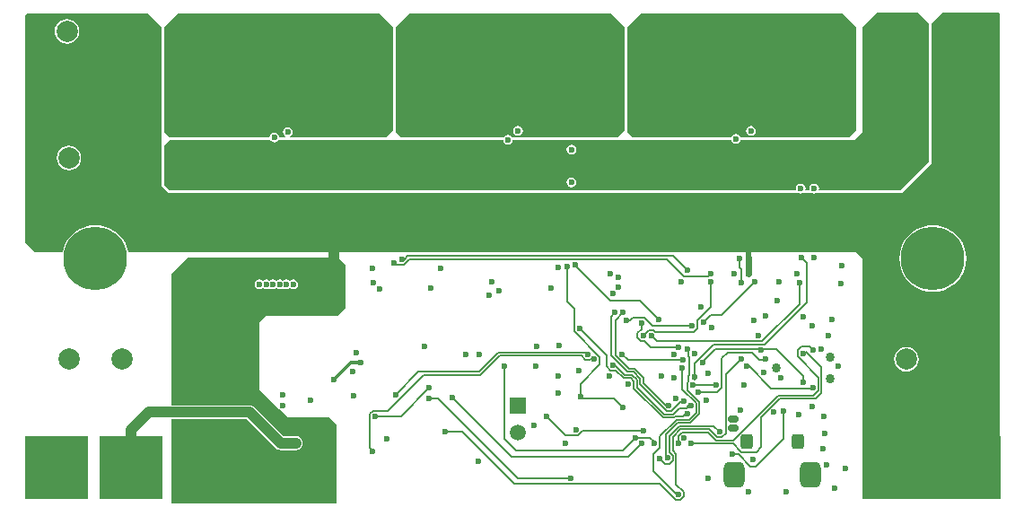
<source format=gbl>
G04 Layer_Physical_Order=4*
G04 Layer_Color=16711680*
%FSLAX25Y25*%
%MOIN*%
G70*
G01*
G75*
%ADD43C,0.03937*%
%ADD44C,0.00591*%
%ADD45C,0.02362*%
%ADD46C,0.01181*%
%ADD48C,0.03937*%
%ADD51C,0.07874*%
%ADD52C,0.23622*%
%ADD53R,0.51181X0.23622*%
%ADD54R,0.23622X0.23622*%
%ADD55R,0.35433X0.21654*%
%ADD56C,0.03400*%
G04:AMPARAMS|DCode=57|XSize=55.12mil|YSize=47.24mil|CornerRadius=11.81mil|HoleSize=0mil|Usage=FLASHONLY|Rotation=90.000|XOffset=0mil|YOffset=0mil|HoleType=Round|Shape=RoundedRectangle|*
%AMROUNDEDRECTD57*
21,1,0.05512,0.02362,0,0,90.0*
21,1,0.03150,0.04724,0,0,90.0*
1,1,0.02362,0.01181,0.01575*
1,1,0.02362,0.01181,-0.01575*
1,1,0.02362,-0.01181,-0.01575*
1,1,0.02362,-0.01181,0.01575*
%
%ADD57ROUNDEDRECTD57*%
G04:AMPARAMS|DCode=58|XSize=94.49mil|YSize=76.77mil|CornerRadius=19.19mil|HoleSize=0mil|Usage=FLASHONLY|Rotation=90.000|XOffset=0mil|YOffset=0mil|HoleType=Round|Shape=RoundedRectangle|*
%AMROUNDEDRECTD58*
21,1,0.09449,0.03839,0,0,90.0*
21,1,0.05610,0.07677,0,0,90.0*
1,1,0.03839,0.01919,0.02805*
1,1,0.03839,0.01919,-0.02805*
1,1,0.03839,-0.01919,-0.02805*
1,1,0.03839,-0.01919,0.02805*
%
%ADD58ROUNDEDRECTD58*%
%ADD59C,0.05905*%
%ADD60R,0.05905X0.05905*%
G04:AMPARAMS|DCode=61|XSize=39.37mil|YSize=27.56mil|CornerRadius=6.89mil|HoleSize=0mil|Usage=FLASHONLY|Rotation=0.000|XOffset=0mil|YOffset=0mil|HoleType=Round|Shape=RoundedRectangle|*
%AMROUNDEDRECTD61*
21,1,0.03937,0.01378,0,0,0.0*
21,1,0.02559,0.02756,0,0,0.0*
1,1,0.01378,0.01279,-0.00689*
1,1,0.01378,-0.01279,-0.00689*
1,1,0.01378,-0.01279,0.00689*
1,1,0.01378,0.01279,0.00689*
%
%ADD61ROUNDEDRECTD61*%
%ADD62C,0.02362*%
%ADD63R,0.02400X0.04300*%
G36*
X133000Y181500D02*
X138000Y176500D01*
X138000Y138000D01*
X135500Y135500D01*
X100096D01*
X99944Y136000D01*
X100277Y136223D01*
X100669Y136809D01*
X100806Y137500D01*
X100669Y138191D01*
X100277Y138777D01*
X99691Y139169D01*
X99000Y139306D01*
X98309Y139169D01*
X97723Y138777D01*
X97331Y138191D01*
X97194Y137500D01*
X97331Y136809D01*
X97723Y136223D01*
X98056Y136000D01*
X97904Y135500D01*
X95806D01*
X95806Y135500D01*
X95669Y136191D01*
X95277Y136777D01*
X94691Y137169D01*
X94000Y137306D01*
X93309Y137169D01*
X92723Y136777D01*
X92331Y136191D01*
X92194Y135500D01*
X92194Y135500D01*
X55000D01*
X53000Y137500D01*
Y176500D01*
X58000Y181500D01*
X133000Y181500D01*
D02*
G37*
G36*
X219000D02*
X224000Y176500D01*
X224000Y138000D01*
X221500Y135500D01*
X182389D01*
X182033Y136033D01*
X181447Y136425D01*
X180756Y136562D01*
X180065Y136425D01*
X179479Y136033D01*
X179122Y135500D01*
X141000D01*
X139000Y137500D01*
Y176500D01*
X144000Y181500D01*
X219000Y181500D01*
D02*
G37*
G36*
X363500Y181500D02*
Y24000D01*
X312500D01*
Y90500D01*
X310000Y93000D01*
X39725D01*
X39390Y94395D01*
X38643Y96199D01*
X37623Y97863D01*
X36355Y99348D01*
X34871Y100615D01*
X33207Y101635D01*
X31403Y102382D01*
X29505Y102838D01*
X27559Y102991D01*
X25613Y102838D01*
X23715Y102382D01*
X21911Y101635D01*
X20247Y100615D01*
X18763Y99348D01*
X17495Y97863D01*
X16475Y96199D01*
X15728Y94395D01*
X15393Y93000D01*
X5000D01*
X1500Y96500D01*
Y181000D01*
X2000Y181500D01*
X47000D01*
X52000Y176500D01*
X52000Y117500D01*
X54500Y115000D01*
X288556D01*
X288809Y114831D01*
X289500Y114694D01*
X290191Y114831D01*
X290444Y115000D01*
X293556D01*
X293809Y114831D01*
X294500Y114694D01*
X295191Y114831D01*
X295444Y115000D01*
X327000D01*
X338000Y126000D01*
X338000Y178000D01*
X342000Y182000D01*
X363000Y182000D01*
X363500Y181500D01*
D02*
G37*
G36*
X337000Y178000D02*
Y126500D01*
X331000Y120500D01*
X326500Y116000D01*
X296601D01*
X296284Y116386D01*
X296306Y116500D01*
X296169Y117191D01*
X295777Y117777D01*
X295191Y118169D01*
X294500Y118306D01*
X293809Y118169D01*
X293223Y117777D01*
X292831Y117191D01*
X292694Y116500D01*
X292716Y116386D01*
X292399Y116000D01*
X291601D01*
X291284Y116386D01*
X291306Y116500D01*
X291169Y117191D01*
X290777Y117777D01*
X290191Y118169D01*
X289500Y118306D01*
X288809Y118169D01*
X288223Y117777D01*
X287831Y117191D01*
X287694Y116500D01*
X287716Y116386D01*
X287399Y116000D01*
X55000Y116000D01*
X53000Y118000D01*
Y132500D01*
X55000Y134500D01*
X92537D01*
X92723Y134223D01*
X93309Y133831D01*
X94000Y133694D01*
X94691Y133831D01*
X95277Y134223D01*
X95463Y134500D01*
X179000D01*
X179087Y134065D01*
X179479Y133479D01*
X180065Y133087D01*
X180756Y132949D01*
X181447Y133087D01*
X182033Y133479D01*
X182425Y134065D01*
X182511Y134500D01*
X263793D01*
X263831Y134309D01*
X264223Y133723D01*
X264809Y133331D01*
X265500Y133194D01*
X266191Y133331D01*
X266777Y133723D01*
X267169Y134309D01*
X267207Y134500D01*
X309500D01*
X312500Y137500D01*
Y176500D01*
X318000Y182000D01*
X333000Y182000D01*
X337000Y178000D01*
D02*
G37*
G36*
X120800Y88100D02*
X120600Y87900D01*
Y72300D01*
X117500Y69200D01*
X117400Y69300D01*
X90900D01*
X88400Y66800D01*
Y42100D01*
X95613Y34887D01*
X95723Y34723D01*
X95887Y34613D01*
X99000Y31500D01*
X114400Y31500D01*
X117100Y28800D01*
Y-146D01*
X116746Y-499D01*
X55900Y-300D01*
Y30919D01*
X83731D01*
X94475Y20175D01*
X95009Y19765D01*
X95632Y19507D01*
X96300Y19419D01*
X102000D01*
X102668Y19507D01*
X103291Y19765D01*
X103825Y20175D01*
X104235Y20709D01*
X104493Y21332D01*
X104581Y22000D01*
X104493Y22668D01*
X104235Y23291D01*
X103825Y23825D01*
X103291Y24235D01*
X102668Y24493D01*
X102000Y24581D01*
X97369D01*
X86625Y35325D01*
X86091Y35735D01*
X85468Y35993D01*
X84800Y36081D01*
X55900D01*
Y84900D01*
X62000Y91000D01*
X117900D01*
X120800Y88100D01*
D02*
G37*
G36*
X305000Y181500D02*
X310000Y176500D01*
X310000Y138000D01*
X307500Y135500D01*
X267207Y135500D01*
X267169Y135691D01*
X266777Y136277D01*
X266191Y136669D01*
X265500Y136806D01*
X264809Y136669D01*
X264223Y136277D01*
X263831Y135691D01*
X263793Y135500D01*
X227000D01*
X225000Y137500D01*
Y176500D01*
X230000Y181500D01*
X305000Y181500D01*
D02*
G37*
%LPC*%
G36*
X184500Y139806D02*
X183809Y139669D01*
X183223Y139277D01*
X182831Y138691D01*
X182694Y138000D01*
X182831Y137309D01*
X183223Y136723D01*
X183809Y136331D01*
X184500Y136194D01*
X185191Y136331D01*
X185777Y136723D01*
X186169Y137309D01*
X186306Y138000D01*
X186169Y138691D01*
X185777Y139277D01*
X185191Y139669D01*
X184500Y139806D01*
D02*
G37*
G36*
X328740Y57716D02*
X327558Y57561D01*
X326457Y57104D01*
X325511Y56379D01*
X324785Y55433D01*
X324329Y54331D01*
X324173Y53150D01*
X324329Y51968D01*
X324785Y50866D01*
X325511Y49920D01*
X326457Y49195D01*
X327558Y48739D01*
X328740Y48583D01*
X329922Y48739D01*
X331024Y49195D01*
X331969Y49920D01*
X332695Y50866D01*
X333151Y51968D01*
X333307Y53150D01*
X333151Y54331D01*
X332695Y55433D01*
X331969Y56379D01*
X331024Y57104D01*
X329922Y57561D01*
X328740Y57716D01*
D02*
G37*
G36*
X338583Y102991D02*
X336637Y102838D01*
X334738Y102382D01*
X332935Y101635D01*
X331271Y100615D01*
X329786Y99348D01*
X328519Y97863D01*
X327499Y96199D01*
X326752Y94395D01*
X326296Y92497D01*
X326143Y90551D01*
X326296Y88605D01*
X326752Y86707D01*
X327499Y84904D01*
X328519Y83239D01*
X329786Y81755D01*
X331271Y80487D01*
X332935Y79467D01*
X334738Y78720D01*
X336637Y78264D01*
X338583Y78111D01*
X340529Y78264D01*
X342427Y78720D01*
X344230Y79467D01*
X345895Y80487D01*
X347379Y81755D01*
X348647Y83239D01*
X349667Y84904D01*
X350414Y86707D01*
X350869Y88605D01*
X351023Y90551D01*
X350869Y92497D01*
X350414Y94395D01*
X349667Y96199D01*
X348647Y97863D01*
X347379Y99348D01*
X345895Y100615D01*
X344230Y101635D01*
X342427Y102382D01*
X340529Y102838D01*
X338583Y102991D01*
D02*
G37*
G36*
X17000Y179567D02*
X15818Y179411D01*
X14717Y178955D01*
X13771Y178229D01*
X13045Y177283D01*
X12589Y176182D01*
X12433Y175000D01*
X12589Y173818D01*
X13045Y172717D01*
X13771Y171771D01*
X14717Y171045D01*
X15818Y170589D01*
X17000Y170433D01*
X18182Y170589D01*
X19283Y171045D01*
X20229Y171771D01*
X20955Y172717D01*
X21411Y173818D01*
X21567Y175000D01*
X21411Y176182D01*
X20955Y177283D01*
X20229Y178229D01*
X19283Y178955D01*
X18182Y179411D01*
X17000Y179567D01*
D02*
G37*
G36*
X17717Y132519D02*
X16535Y132364D01*
X15433Y131908D01*
X14487Y131182D01*
X13762Y130236D01*
X13306Y129135D01*
X13150Y127953D01*
X13306Y126771D01*
X13762Y125669D01*
X14487Y124724D01*
X15433Y123998D01*
X16535Y123542D01*
X17717Y123386D01*
X18899Y123542D01*
X20000Y123998D01*
X20946Y124724D01*
X21671Y125669D01*
X22128Y126771D01*
X22283Y127953D01*
X22128Y129135D01*
X21671Y130236D01*
X20946Y131182D01*
X20000Y131908D01*
X18899Y132364D01*
X17717Y132519D01*
D02*
G37*
G36*
X204300Y120706D02*
X203609Y120569D01*
X203023Y120177D01*
X202631Y119591D01*
X202494Y118900D01*
X202631Y118209D01*
X203023Y117623D01*
X203609Y117231D01*
X204300Y117094D01*
X204991Y117231D01*
X205577Y117623D01*
X205969Y118209D01*
X206106Y118900D01*
X205969Y119591D01*
X205577Y120177D01*
X204991Y120569D01*
X204300Y120706D01*
D02*
G37*
G36*
X204400Y132906D02*
X203709Y132769D01*
X203123Y132377D01*
X202731Y131791D01*
X202594Y131100D01*
X202731Y130409D01*
X203123Y129823D01*
X203709Y129431D01*
X204400Y129294D01*
X205091Y129431D01*
X205677Y129823D01*
X206069Y130409D01*
X206206Y131100D01*
X206069Y131791D01*
X205677Y132377D01*
X205091Y132769D01*
X204400Y132906D01*
D02*
G37*
G36*
X101000Y82806D02*
X100309Y82669D01*
X99750Y82296D01*
X99191Y82669D01*
X98500Y82806D01*
X97809Y82669D01*
X97250Y82296D01*
X96691Y82669D01*
X96000Y82806D01*
X95309Y82669D01*
X94750Y82296D01*
X94191Y82669D01*
X93500Y82806D01*
X92809Y82669D01*
X92250Y82296D01*
X91691Y82669D01*
X91000Y82806D01*
X90309Y82669D01*
X89750Y82296D01*
X89191Y82669D01*
X88500Y82806D01*
X87809Y82669D01*
X87223Y82277D01*
X86831Y81691D01*
X86694Y81000D01*
X86831Y80309D01*
X87223Y79723D01*
X87809Y79331D01*
X88500Y79194D01*
X89191Y79331D01*
X89750Y79704D01*
X90309Y79331D01*
X91000Y79194D01*
X91691Y79331D01*
X92250Y79704D01*
X92809Y79331D01*
X93500Y79194D01*
X94191Y79331D01*
X94750Y79704D01*
X95309Y79331D01*
X96000Y79194D01*
X96691Y79331D01*
X97250Y79704D01*
X97809Y79331D01*
X98500Y79194D01*
X99191Y79331D01*
X99750Y79704D01*
X100309Y79331D01*
X101000Y79194D01*
X101691Y79331D01*
X102277Y79723D01*
X102669Y80309D01*
X102806Y81000D01*
X102669Y81691D01*
X102277Y82277D01*
X101691Y82669D01*
X101000Y82806D01*
D02*
G37*
G36*
X271000Y139806D02*
X270309Y139669D01*
X269723Y139277D01*
X269331Y138691D01*
X269194Y138000D01*
X269331Y137309D01*
X269723Y136723D01*
X270309Y136331D01*
X271000Y136194D01*
X271691Y136331D01*
X272277Y136723D01*
X272669Y137309D01*
X272806Y138000D01*
X272669Y138691D01*
X272277Y139277D01*
X271691Y139669D01*
X271000Y139806D01*
D02*
G37*
%LPD*%
D43*
X210000Y152000D02*
D03*
X206000D02*
D03*
Y156500D02*
D03*
X210000D02*
D03*
X222000Y152000D02*
D03*
X218000Y156500D02*
D03*
X214000D02*
D03*
X218000Y152000D02*
D03*
X151000Y118500D02*
D03*
Y123000D02*
D03*
X147000D02*
D03*
X245000Y118500D02*
D03*
X136000Y152000D02*
D03*
X132000D02*
D03*
Y156500D02*
D03*
X128000D02*
D03*
X124000D02*
D03*
X288000Y152000D02*
D03*
X292000D02*
D03*
Y156500D02*
D03*
X288000D02*
D03*
X233000Y123000D02*
D03*
Y118500D02*
D03*
X237000Y123000D02*
D03*
X241000D02*
D03*
X245000D02*
D03*
X249000D02*
D03*
Y118500D02*
D03*
X237000D02*
D03*
X73500Y6000D02*
D03*
X77500D02*
D03*
X81500D02*
D03*
Y10500D02*
D03*
X77500D02*
D03*
X73500D02*
D03*
X65500Y6000D02*
D03*
Y10500D02*
D03*
X69500D02*
D03*
Y6000D02*
D03*
X60500Y20500D02*
D03*
Y16500D02*
D03*
Y12500D02*
D03*
Y24500D02*
D03*
X87000Y20500D02*
D03*
Y16500D02*
D03*
Y12500D02*
D03*
Y24500D02*
D03*
X102000Y22000D02*
D03*
X109000Y108000D02*
D03*
X113000D02*
D03*
Y112000D02*
D03*
X272000Y156500D02*
D03*
X276000D02*
D03*
X280000D02*
D03*
X284000D02*
D03*
X308000D02*
D03*
X296000D02*
D03*
X300000D02*
D03*
X304000D02*
D03*
X272000Y152000D02*
D03*
X276000D02*
D03*
X280000D02*
D03*
X284000D02*
D03*
X308000D02*
D03*
X296000D02*
D03*
X300000D02*
D03*
X304000D02*
D03*
X202000Y156500D02*
D03*
X186000D02*
D03*
X190000D02*
D03*
X194000D02*
D03*
X198000D02*
D03*
X222000D02*
D03*
X202000Y152000D02*
D03*
X186000D02*
D03*
X190000D02*
D03*
X194000D02*
D03*
X198000D02*
D03*
X214000D02*
D03*
X116000Y156500D02*
D03*
X100000D02*
D03*
X104000D02*
D03*
X108000D02*
D03*
X112000D02*
D03*
X136000D02*
D03*
X120000D02*
D03*
X116000Y152000D02*
D03*
X100000D02*
D03*
X104000D02*
D03*
X108000D02*
D03*
X112000D02*
D03*
X120000D02*
D03*
X124000D02*
D03*
X128000D02*
D03*
X292000Y174209D02*
D03*
X308000D02*
D03*
X304000D02*
D03*
X300000D02*
D03*
X296000D02*
D03*
X272000D02*
D03*
X288000D02*
D03*
X284000D02*
D03*
X280000D02*
D03*
X276000D02*
D03*
X292000Y178709D02*
D03*
X304000D02*
D03*
X300000D02*
D03*
X296000D02*
D03*
X272000D02*
D03*
X288000D02*
D03*
X284000D02*
D03*
X280000D02*
D03*
X276000D02*
D03*
X206000Y174209D02*
D03*
X222000D02*
D03*
X218000D02*
D03*
X214000D02*
D03*
X210000D02*
D03*
X186000D02*
D03*
X202000D02*
D03*
X198000D02*
D03*
X194000D02*
D03*
X190000D02*
D03*
X206000Y178709D02*
D03*
X218000D02*
D03*
X214000D02*
D03*
X210000D02*
D03*
X186000D02*
D03*
X202000D02*
D03*
X198000D02*
D03*
X194000D02*
D03*
X190000D02*
D03*
X120000Y174209D02*
D03*
X136000D02*
D03*
X132000D02*
D03*
X128000D02*
D03*
X124000D02*
D03*
X100000D02*
D03*
X116000D02*
D03*
X112000D02*
D03*
X108000D02*
D03*
X104000D02*
D03*
X120000Y178709D02*
D03*
X132000D02*
D03*
X128000D02*
D03*
X124000D02*
D03*
X100000D02*
D03*
X116000D02*
D03*
X112000D02*
D03*
X108000D02*
D03*
X104000D02*
D03*
X265000Y118500D02*
D03*
X253000D02*
D03*
X229000D02*
D03*
X241000D02*
D03*
X265000Y123000D02*
D03*
X261000D02*
D03*
X257000D02*
D03*
X253000D02*
D03*
X229000D02*
D03*
X163000Y118500D02*
D03*
X179000D02*
D03*
X175000D02*
D03*
X171000D02*
D03*
X167000D02*
D03*
X143000D02*
D03*
X159000D02*
D03*
X155000D02*
D03*
X147000D02*
D03*
X163000Y123000D02*
D03*
X179000D02*
D03*
X175000D02*
D03*
X171000D02*
D03*
X167000D02*
D03*
X143000D02*
D03*
X159000D02*
D03*
X155000D02*
D03*
X61000D02*
D03*
X65000D02*
D03*
X69000D02*
D03*
X73000D02*
D03*
X57000D02*
D03*
X81000D02*
D03*
X85000D02*
D03*
X89000D02*
D03*
X93000D02*
D03*
X77000D02*
D03*
X61000Y118500D02*
D03*
X65000D02*
D03*
X69000D02*
D03*
X73000D02*
D03*
X57000D02*
D03*
X81000D02*
D03*
X85000D02*
D03*
X89000D02*
D03*
X93000D02*
D03*
X77000D02*
D03*
X109000Y112000D02*
D03*
X113000Y104000D02*
D03*
Y100000D02*
D03*
Y96000D02*
D03*
X109000D02*
D03*
Y100000D02*
D03*
Y104000D02*
D03*
X117000D02*
D03*
Y100000D02*
D03*
Y96000D02*
D03*
X121000D02*
D03*
Y100000D02*
D03*
Y104000D02*
D03*
Y108000D02*
D03*
Y112000D02*
D03*
X117000D02*
D03*
Y108000D02*
D03*
X203400D02*
D03*
Y112000D02*
D03*
X207400D02*
D03*
Y108000D02*
D03*
Y104000D02*
D03*
Y100000D02*
D03*
X203400Y96000D02*
D03*
Y100000D02*
D03*
Y104000D02*
D03*
X195400D02*
D03*
Y100000D02*
D03*
Y96000D02*
D03*
X199400D02*
D03*
Y100000D02*
D03*
Y104000D02*
D03*
X195400Y112000D02*
D03*
X199400D02*
D03*
Y108000D02*
D03*
X195400D02*
D03*
X290500D02*
D03*
Y112000D02*
D03*
X294500Y108000D02*
D03*
Y104000D02*
D03*
Y100000D02*
D03*
Y96000D02*
D03*
X290500D02*
D03*
Y100000D02*
D03*
Y104000D02*
D03*
X282500D02*
D03*
Y100000D02*
D03*
Y96000D02*
D03*
X286500D02*
D03*
Y100000D02*
D03*
Y104000D02*
D03*
X282500Y112000D02*
D03*
X286500D02*
D03*
Y108000D02*
D03*
X282500D02*
D03*
X261000Y118500D02*
D03*
X257000D02*
D03*
D44*
X237000Y16300D02*
X237241D01*
X139167Y88333D02*
X142156D01*
X138500Y89000D02*
X139167Y88333D01*
X202067Y24933D02*
X206856D01*
X208423Y26500D01*
X231000D01*
X225500Y17000D02*
X230500Y22000D01*
X182000Y17000D02*
X225500D01*
X160000Y39000D02*
X182000Y17000D01*
X223315Y19181D02*
X228134Y24000D01*
X183819Y19181D02*
X223315D01*
X245913Y31872D02*
X247500Y33459D01*
X242898Y31872D02*
X245913D01*
X242525Y31500D02*
X242898Y31872D01*
X237214Y24519D02*
X243387Y30691D01*
X248114D02*
X250695Y33272D01*
X243387Y30691D02*
X248114D01*
X248604Y29510D02*
X251877Y32783D01*
X243876Y29510D02*
X248604D01*
X239590Y25224D02*
X243876Y29510D01*
X234933Y17833D02*
X237214Y20114D01*
X237144Y6933D02*
X243144Y933D01*
X163800Y26200D02*
X183067Y6933D01*
X237144D01*
X184300Y9000D02*
X204000D01*
X237241Y16300D02*
X237933Y15608D01*
X234933Y11567D02*
Y17833D01*
X141300Y90400D02*
X142553D01*
X211423Y53200D02*
X212800D01*
X218884Y48976D02*
X220853D01*
X217300Y50560D02*
X218884Y48976D01*
X220853D02*
X223663Y46167D01*
X219740Y51043D02*
X220457D01*
X219100Y54607D02*
X225178Y48529D01*
X220700Y54677D02*
X225667Y49710D01*
X220700Y54677D02*
Y67700D01*
X220457Y51043D02*
X224152Y47348D01*
X214923Y51123D02*
Y54000D01*
X205433Y63490D02*
X214923Y54000D01*
X217300Y50560D02*
Y54700D01*
X210400Y55366D02*
X210767Y55733D01*
X210400Y55100D02*
Y55366D01*
X207800Y39200D02*
Y44000D01*
X211256Y53033D02*
X211423Y53200D01*
X209544Y53033D02*
X211256D01*
X208077Y54500D02*
X209544Y53033D01*
X154800Y38500D02*
X184300Y9000D01*
X151600Y38500D02*
X154800D01*
X240900Y14433D02*
X242067Y15600D01*
X239144Y14433D02*
X240900D01*
X242067Y15600D02*
Y17356D01*
X237933Y15608D02*
Y15644D01*
X239144Y14433D01*
X207500Y64500D02*
X217300Y54700D01*
X129433Y20167D02*
X130500Y19100D01*
X129433Y20167D02*
Y32856D01*
X130644Y34067D01*
X135990D01*
X219100Y54607D02*
Y69100D01*
X220500Y70500D01*
X267500Y81500D02*
Y86500D01*
X266800Y87200D02*
X267500Y86500D01*
X266800Y87200D02*
Y90700D01*
X249500Y43500D02*
X258000D01*
X255167Y84067D02*
X256100Y85000D01*
X246010Y84067D02*
X255167D01*
X250000Y45821D02*
Y46500D01*
Y45821D02*
X250110Y45710D01*
X297248Y40748D02*
Y50252D01*
X293933Y42433D02*
X294000Y42500D01*
X258423Y41000D02*
X260067Y42644D01*
X247000Y35067D02*
X247886Y35953D01*
X226067Y67500D02*
X227134Y68567D01*
X225289Y67500D02*
X226067D01*
X227134Y68567D02*
X231356D01*
X234423Y65500D01*
X230500Y64423D02*
Y66500D01*
X228933Y62856D02*
X230500Y64423D01*
X235000Y22000D02*
Y22500D01*
X233433Y24067D02*
X235000Y22500D01*
X256000Y72500D02*
Y82000D01*
X231000Y62000D02*
X233067Y64067D01*
X228134Y24000D02*
X228201Y24067D01*
X233433D01*
X141300Y90000D02*
Y90400D01*
X141000Y32000D02*
X151500Y42500D01*
X131500Y32000D02*
X141000D01*
X226356Y46167D02*
X227567Y44956D01*
X226845Y47348D02*
X228748Y45445D01*
X225178Y48529D02*
X227335D01*
X229929Y45935D01*
X225667Y49710D02*
X227824D01*
X231110Y46424D01*
Y44267D02*
Y46424D01*
Y44267D02*
X239377Y36000D01*
X228748Y42752D02*
X238748Y32752D01*
X224152Y47348D02*
X226845D01*
X228748Y42752D02*
Y45445D01*
X227567Y42263D02*
X238330Y31500D01*
X223663Y46167D02*
X226356D01*
X227567Y42263D02*
Y44956D01*
X247500Y33000D02*
Y33459D01*
X247886Y35953D02*
X248628D01*
X245500Y42004D02*
X250695Y36809D01*
Y33272D02*
Y36809D01*
X251877Y32783D02*
Y37298D01*
X251500Y41000D02*
X258423D01*
X229929Y43777D02*
Y45935D01*
X243896Y21800D02*
X243913D01*
X238433Y35144D02*
X239644Y33933D01*
X229929Y43777D02*
X238433Y35274D01*
Y35144D02*
Y35274D01*
X239377Y36000D02*
X240500D01*
X243913Y21800D02*
X244019Y21905D01*
X240771Y18652D02*
X242067Y17356D01*
X239590Y16910D02*
X240000Y16500D01*
X241952Y19142D02*
X243248Y17845D01*
X243500Y3000D02*
X244000D01*
X234933Y11567D02*
X243500Y3000D01*
X244133Y24756D02*
X245344Y25967D01*
X238330Y31500D02*
X242525D01*
X238748Y32752D02*
X242107D01*
X239644Y33933D02*
X241618D01*
X244133Y22037D02*
Y24756D01*
X241618Y33933D02*
X245185Y37500D01*
X242107Y32752D02*
X244422Y35067D01*
X240771Y24734D02*
X244365Y28329D01*
X257271D01*
X241952Y24245D02*
X244855Y27148D01*
X255529D01*
X241952Y19142D02*
Y24245D01*
X240771Y18652D02*
Y24734D01*
X239590Y16910D02*
Y25224D01*
X237214Y20114D02*
Y24519D01*
X244422Y35067D02*
X247000D01*
X245185Y37500D02*
X246000D01*
X257271Y28329D02*
X259400Y26200D01*
X255529Y27148D02*
X258544Y24133D01*
X260256D01*
X248800Y22000D02*
X249942D01*
X245344Y25967D02*
X255040D01*
X258055Y22952D01*
X243248Y6675D02*
Y17845D01*
Y6675D02*
X246067Y3856D01*
Y2144D02*
Y3856D01*
X244856Y933D02*
X246067Y2144D01*
X243144Y933D02*
X244856D01*
X157400Y26200D02*
X163800D01*
X207800Y44000D02*
X214923Y51123D01*
X202700Y74723D02*
Y87700D01*
X207800Y39200D02*
X208500Y38500D01*
X220200D01*
X223300Y35400D01*
X224356Y68433D02*
X225289Y67500D01*
X261646Y25523D02*
Y47546D01*
X258055Y22952D02*
X264352D01*
X296067Y41644D02*
Y46433D01*
X290500Y44500D02*
Y47000D01*
X260067Y42644D02*
Y53467D01*
X261646Y47546D02*
X267400Y53300D01*
X267500D01*
X247433Y41742D02*
Y44356D01*
X260256Y24133D02*
X261646Y25523D01*
X260067Y53467D02*
X262319Y55719D01*
X271481D01*
X274100Y53100D01*
X291600Y55900D02*
X297248Y50252D01*
X289800Y90900D02*
X291700Y89000D01*
Y74300D02*
Y89000D01*
X289000Y73600D02*
Y81500D01*
X274931Y56591D02*
X275343D01*
X275239Y59839D02*
X289000Y73600D01*
X276058Y58658D02*
X291700Y74300D01*
X275343Y56591D02*
X275651Y56900D01*
X280600D02*
X290500Y47000D01*
X275651Y56900D02*
X280600D01*
X292633Y57967D02*
X294100Y56500D01*
X289644Y57967D02*
X292633D01*
X289077Y57400D02*
X289644Y57967D01*
X289000Y57400D02*
X289077D01*
X289000Y57323D02*
Y57400D01*
X288433Y56756D02*
X289000Y57323D01*
X288433Y54233D02*
Y56756D01*
X288350Y54150D02*
X288433Y54233D01*
X288350Y54150D02*
X296067Y46433D01*
X291000Y55300D02*
X291600Y55900D01*
X290500Y55300D02*
X291000D01*
X257035Y58658D02*
X276058D01*
X252900Y51900D02*
X257900Y56900D01*
X275651D01*
X251067Y67567D02*
X256000Y72500D01*
X233966Y62000D02*
X236127Y59839D01*
X233067Y64067D02*
X234856D01*
X235490Y63433D01*
X249856D01*
X251067Y64644D01*
Y67567D01*
X234423Y65500D02*
X249000D01*
X245500Y42004D02*
Y50000D01*
X252900Y51900D02*
X253200D01*
X250110Y51733D02*
X257035Y58658D01*
X250110Y45710D02*
Y51733D01*
X236127Y59839D02*
X275239D01*
X233800Y57600D02*
X244200D01*
X228933Y61144D02*
Y62856D01*
Y61144D02*
X230144Y59933D01*
X231467D01*
X233800Y57600D01*
X247433Y41742D02*
X251877Y37298D01*
X247933Y44856D02*
Y47356D01*
X248000Y47423D01*
X247433Y44356D02*
X247933Y44856D01*
X247907Y55993D02*
X247907D01*
X247902Y54275D02*
Y55987D01*
Y54275D02*
X248000Y54177D01*
Y47423D02*
Y54177D01*
X247902Y55987D02*
X247907Y55993D01*
X247500Y56400D02*
X247907Y55993D01*
X247500Y56400D02*
Y56900D01*
X223200Y55100D02*
X225300Y53000D01*
X245700D01*
X243896Y21800D02*
X244133Y22037D01*
X274100Y53100D02*
X276600D01*
X253500Y67000D02*
X256100Y69600D01*
X260100D01*
X272500Y82000D01*
X144079Y90256D02*
X239821D01*
X143590Y91437D02*
X242086D01*
X142156Y88333D02*
X144079Y90256D01*
X239821D02*
X246010Y84067D01*
X142553Y90400D02*
X143590Y91437D01*
X242086D02*
X247331Y86191D01*
X220700Y67700D02*
X223500Y70500D01*
X205905Y87796D02*
Y88189D01*
X205433Y63490D02*
Y71990D01*
X202700Y74723D02*
X205433Y71990D01*
X205905Y87796D02*
X218898Y74803D01*
X229797D01*
X236800Y67800D01*
X195000Y32000D02*
X202067Y24933D01*
X294104Y39681D02*
X296067Y41644D01*
X295000Y38500D02*
X297248Y40748D01*
X278567Y42433D02*
X293933D01*
X269300Y50500D02*
X270500D01*
X278567Y42433D01*
X264352Y22952D02*
X266303Y24903D01*
X281677Y38500D02*
X295000D01*
X273033Y18600D02*
X274900Y20467D01*
Y31723D01*
X281677Y38500D01*
X283000Y23700D02*
Y34000D01*
X266300Y18000D02*
X270900Y13400D01*
X272700D01*
X283000Y23700D01*
X249942Y22000D02*
X250171Y21771D01*
X264429D01*
X264000Y18000D02*
X266300D01*
X264429Y21771D02*
X267600Y18600D01*
X273033D01*
X281081Y39681D02*
X294104D01*
X266303Y24903D02*
Y24903D01*
X281081Y39681D01*
X179400Y23600D02*
X183819Y19181D01*
X179400Y23600D02*
Y50600D01*
X139000Y40000D02*
X147600Y48600D01*
X170100D01*
X177233Y55733D01*
X210767D01*
X177670Y54500D02*
X208077D01*
X135990Y34067D02*
X149342Y47419D01*
X170589D01*
X177670Y54500D01*
D45*
X270000Y84900D02*
Y91000D01*
D46*
X122500Y52000D02*
X126000D01*
X116000Y45500D02*
X122500Y52000D01*
D48*
X116000Y71500D02*
Y95000D01*
X96300Y22000D02*
X102000D01*
X84800Y33500D02*
X96300Y22000D01*
X47500Y33500D02*
X84800D01*
X115000Y96000D02*
X116000Y95000D01*
X40945Y26945D02*
X47500Y33500D01*
X40945Y12992D02*
Y26945D01*
D51*
X348425Y127953D02*
D03*
X328740D02*
D03*
X348425Y53150D02*
D03*
X328740D02*
D03*
X37402D02*
D03*
X17717D02*
D03*
X37402Y127953D02*
D03*
X17717D02*
D03*
X328000Y175000D02*
D03*
X347685D02*
D03*
X17000D02*
D03*
X36685D02*
D03*
D52*
X338583Y90551D02*
D03*
X27559D02*
D03*
D53*
X338000Y13000D02*
D03*
D54*
X12992Y12992D02*
D03*
X40945D02*
D03*
D55*
X249000Y171000D02*
D03*
X163000D02*
D03*
X77000D02*
D03*
D56*
X280500Y49900D02*
D03*
X300500Y53900D02*
D03*
Y45900D02*
D03*
D57*
X288449Y22472D02*
D03*
X269551Y22472D02*
D03*
D58*
X293173Y10268D02*
D03*
X264827D02*
D03*
D59*
X184500Y26000D02*
D03*
D60*
Y36000D02*
D03*
D61*
X264600Y31000D02*
D03*
Y27600D02*
D03*
D62*
X237000Y16300D02*
D03*
X304700Y88100D02*
D03*
X138500Y89000D02*
D03*
X206000Y27000D02*
D03*
X202000Y22000D02*
D03*
X204000Y9000D02*
D03*
X255200Y9100D02*
D03*
X223300Y35400D02*
D03*
X218500Y46900D02*
D03*
X219740Y51043D02*
D03*
X223200Y55100D02*
D03*
X199300Y87300D02*
D03*
X212800Y53200D02*
D03*
X204400Y131100D02*
D03*
X204300Y118900D02*
D03*
X210400Y55100D02*
D03*
X207800Y39200D02*
D03*
X135700Y23600D02*
D03*
X169700Y15200D02*
D03*
X151600Y38500D02*
D03*
X130500Y19100D02*
D03*
X224838Y67662D02*
D03*
X243000Y38500D02*
D03*
X267500Y81500D02*
D03*
X264900Y85100D02*
D03*
X272500Y82000D02*
D03*
X266800Y90700D02*
D03*
X270000Y84900D02*
D03*
X247331Y86191D02*
D03*
X245000Y82000D02*
D03*
X306100Y12500D02*
D03*
X246000Y37500D02*
D03*
X251500Y41000D02*
D03*
X258000Y43500D02*
D03*
X242400Y46200D02*
D03*
X303400Y50700D02*
D03*
X282000Y46300D02*
D03*
X284200Y4000D02*
D03*
X270100D02*
D03*
X288000Y85000D02*
D03*
X256100D02*
D03*
X281300Y81800D02*
D03*
X304400Y81300D02*
D03*
X299700Y61800D02*
D03*
X191400Y57800D02*
D03*
X199300Y40700D02*
D03*
X302200Y5300D02*
D03*
X299100Y14000D02*
D03*
X297700Y19900D02*
D03*
X298600Y25700D02*
D03*
X298200Y32100D02*
D03*
X293900Y35600D02*
D03*
X288800Y32700D02*
D03*
X271700Y15800D02*
D03*
X267200Y34400D02*
D03*
X254400Y37900D02*
D03*
X255100Y47900D02*
D03*
X237700Y47100D02*
D03*
X250000Y46500D02*
D03*
X294000Y42500D02*
D03*
X249500Y43500D02*
D03*
X139000Y40000D02*
D03*
X126000Y52000D02*
D03*
X123000Y48500D02*
D03*
X207500Y64500D02*
D03*
X220500Y70500D02*
D03*
X230500Y66500D02*
D03*
X235000Y22000D02*
D03*
X240000Y16500D02*
D03*
X256000Y82000D02*
D03*
X231000Y62000D02*
D03*
X289000Y81500D02*
D03*
X283000Y34000D02*
D03*
X290500Y44500D02*
D03*
X160000Y39000D02*
D03*
X228134Y24000D02*
D03*
X231000Y26500D02*
D03*
X230500Y22000D02*
D03*
X116000Y45500D02*
D03*
X141300Y90400D02*
D03*
X289500Y116500D02*
D03*
X289800Y90900D02*
D03*
X294500Y91000D02*
D03*
X151500Y42500D02*
D03*
X131500Y32000D02*
D03*
X124500Y55500D02*
D03*
X107500Y38000D02*
D03*
X123500Y39500D02*
D03*
X97000Y36000D02*
D03*
Y40000D02*
D03*
X72000Y49000D02*
D03*
Y53000D02*
D03*
X82500Y74000D02*
D03*
X107087Y73228D02*
D03*
X155905Y87008D02*
D03*
X88500Y81000D02*
D03*
X91000D02*
D03*
X93500D02*
D03*
X96000D02*
D03*
X98500D02*
D03*
X101000D02*
D03*
X271000Y138000D02*
D03*
X265500Y135000D02*
D03*
X180756Y134756D02*
D03*
X184500Y138000D02*
D03*
X99000Y137500D02*
D03*
X94000Y135500D02*
D03*
X301100Y67900D02*
D03*
X297200Y56900D02*
D03*
X225500Y44100D02*
D03*
X247500Y33000D02*
D03*
X248628Y35953D02*
D03*
X240500Y36000D02*
D03*
X244019Y21905D02*
D03*
X244000Y3000D02*
D03*
X246200Y23900D02*
D03*
X259400Y26200D02*
D03*
X248800Y22000D02*
D03*
X157400Y26200D02*
D03*
X149700Y58000D02*
D03*
X207000Y49000D02*
D03*
X191000Y50500D02*
D03*
X199709Y58140D02*
D03*
X202700Y87700D02*
D03*
X294500Y116500D02*
D03*
X199300Y47100D02*
D03*
X190500Y28500D02*
D03*
X275800Y48200D02*
D03*
X268500Y43500D02*
D03*
X269300Y50500D02*
D03*
X267500Y53300D02*
D03*
X276556Y69300D02*
D03*
X293900Y65500D02*
D03*
X290344Y69000D02*
D03*
X280700Y75000D02*
D03*
X274931Y56591D02*
D03*
X276600Y53200D02*
D03*
X294100Y56500D02*
D03*
X290500Y55300D02*
D03*
X273700Y62000D02*
D03*
X272200Y67700D02*
D03*
X236800Y67800D02*
D03*
X252600Y72500D02*
D03*
X253500Y67000D02*
D03*
X233966Y62000D02*
D03*
X249000Y65500D02*
D03*
X245500Y50000D02*
D03*
X253200Y51900D02*
D03*
X249969Y55131D02*
D03*
X245700Y53000D02*
D03*
X244200Y57600D02*
D03*
X247500Y56900D02*
D03*
X242500Y55100D02*
D03*
X256400Y65100D02*
D03*
X205905Y88189D02*
D03*
X196850Y79528D02*
D03*
X223500Y70500D02*
D03*
X218897Y85039D02*
D03*
X221653Y83464D02*
D03*
X219685Y77559D02*
D03*
X221654Y79921D02*
D03*
X177559Y78740D02*
D03*
X174803Y81890D02*
D03*
X173622Y76772D02*
D03*
X151969Y79528D02*
D03*
X107087Y76772D02*
D03*
X133071Y79134D02*
D03*
X130709Y81496D02*
D03*
X130315Y87008D02*
D03*
X86614Y74000D02*
D03*
X97638Y73622D02*
D03*
X195000Y32000D02*
D03*
X279600Y33500D02*
D03*
X264000Y18000D02*
D03*
X170000Y55000D02*
D03*
X179400Y50600D02*
D03*
X165000Y55000D02*
D03*
D63*
X270000Y92450D02*
D03*
M02*

</source>
